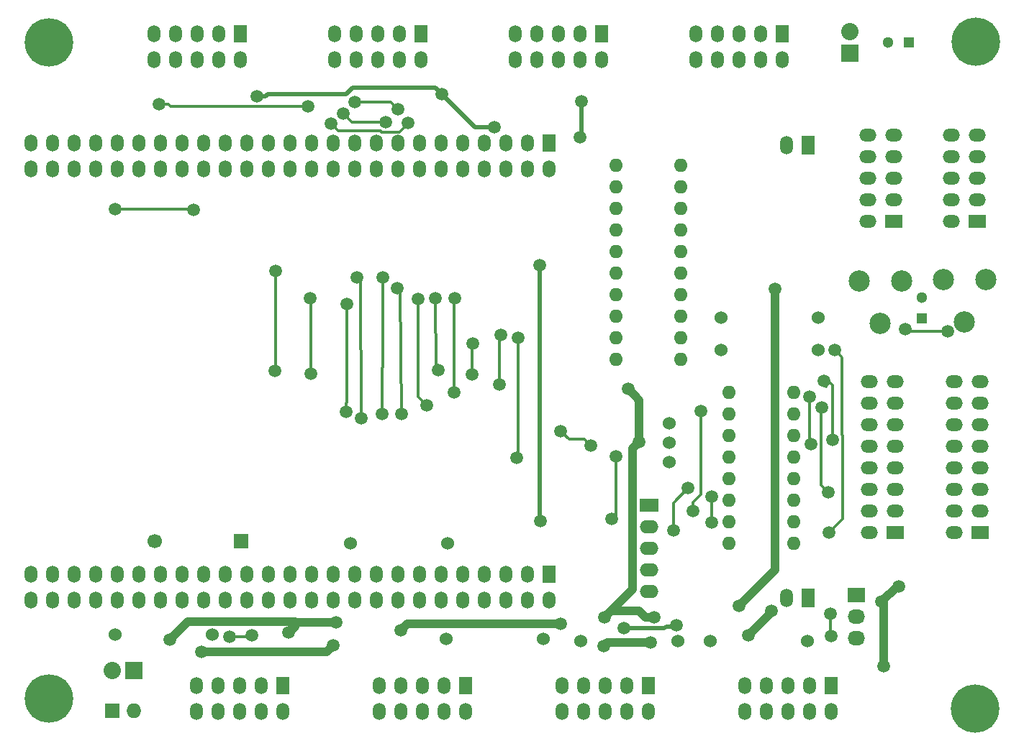
<source format=gbr>
G04 #@! TF.FileFunction,Copper,L1,Top,Signal*
%FSLAX46Y46*%
G04 Gerber Fmt 4.6, Leading zero omitted, Abs format (unit mm)*
G04 Created by KiCad (PCBNEW 4.0.2-stable) date 15/08/2016 17:49:35*
%MOMM*%
G01*
G04 APERTURE LIST*
%ADD10C,0.100000*%
%ADD11C,5.700000*%
%ADD12O,1.600000X1.600000*%
%ADD13R,1.500000X2.200000*%
%ADD14O,1.500000X2.200000*%
%ADD15O,1.500000X2.000000*%
%ADD16R,1.500000X2.000000*%
%ADD17C,1.699260*%
%ADD18R,1.699260X1.699260*%
%ADD19R,2.032000X2.032000*%
%ADD20O,2.032000X2.032000*%
%ADD21R,2.032000X1.727200*%
%ADD22O,2.032000X1.727200*%
%ADD23R,2.199640X1.524000*%
%ADD24O,2.199640X1.524000*%
%ADD25C,1.524000*%
%ADD26C,2.499360*%
%ADD27R,1.727200X1.727200*%
%ADD28O,1.727200X1.727200*%
%ADD29O,2.000000X1.500000*%
%ADD30R,2.000000X1.500000*%
%ADD31R,1.300000X1.300000*%
%ADD32C,1.300000*%
%ADD33C,1.500000*%
%ADD34C,0.300000*%
%ADD35C,1.000000*%
%ADD36C,0.500000*%
G04 APERTURE END LIST*
D10*
D11*
X158050000Y-18650000D03*
D12*
X129050000Y-59950000D03*
X129050000Y-62490000D03*
X129050000Y-65030000D03*
X129050000Y-67570000D03*
X129050000Y-70110000D03*
X129050000Y-72650000D03*
X129050000Y-75190000D03*
X129050000Y-77730000D03*
X136670000Y-77730000D03*
X136670000Y-75190000D03*
X136670000Y-72650000D03*
X136670000Y-70110000D03*
X136670000Y-67570000D03*
X136670000Y-65030000D03*
X136670000Y-62490000D03*
X136670000Y-59950000D03*
X115730000Y-33190000D03*
X115730000Y-35730000D03*
X115730000Y-38270000D03*
X115730000Y-40810000D03*
X115730000Y-43350000D03*
X115730000Y-45890000D03*
X115730000Y-48430000D03*
X115730000Y-50970000D03*
X115730000Y-53510000D03*
X115730000Y-56050000D03*
X123350000Y-56050000D03*
X123350000Y-53510000D03*
X123350000Y-50970000D03*
X123350000Y-48430000D03*
X123350000Y-45890000D03*
X123350000Y-43350000D03*
X123350000Y-40810000D03*
X123350000Y-38270000D03*
X123350000Y-35730000D03*
X123350000Y-33190000D03*
D13*
X138350000Y-84200000D03*
D14*
X135810000Y-84200000D03*
D15*
X46910000Y-81410000D03*
X49450000Y-81410000D03*
X51990000Y-81410000D03*
X54530000Y-81410000D03*
X57070000Y-81410000D03*
X59610000Y-81410000D03*
X62150000Y-81410000D03*
X64690000Y-81410000D03*
X67230000Y-81410000D03*
X69770000Y-81410000D03*
X72310000Y-81410000D03*
X74850000Y-81410000D03*
X77390000Y-81410000D03*
X79930000Y-81410000D03*
X82470000Y-81410000D03*
X85010000Y-81410000D03*
X87550000Y-81410000D03*
X90090000Y-81410000D03*
X92630000Y-81410000D03*
X95170000Y-81410000D03*
X97710000Y-81410000D03*
X100250000Y-81410000D03*
X102790000Y-81410000D03*
X105330000Y-81410000D03*
D16*
X107870000Y-81410000D03*
D15*
X107870000Y-84450000D03*
X105330000Y-84450000D03*
X102790000Y-84450000D03*
X100250000Y-84450000D03*
X97710000Y-84450000D03*
X95170000Y-84450000D03*
X92630000Y-84450000D03*
X90090000Y-84450000D03*
X87550000Y-84450000D03*
X85010000Y-84450000D03*
X82470000Y-84450000D03*
X79930000Y-84450000D03*
X77390000Y-84450000D03*
X74850000Y-84450000D03*
X72310000Y-84450000D03*
X69770000Y-84450000D03*
X67230000Y-84450000D03*
X64690000Y-84450000D03*
X62150000Y-84450000D03*
X59610000Y-84450000D03*
X57070000Y-84450000D03*
X54530000Y-84450000D03*
X51990000Y-84450000D03*
X49450000Y-84450000D03*
X46910000Y-84450000D03*
X46910000Y-33650000D03*
X49450000Y-33650000D03*
X51990000Y-33650000D03*
X54530000Y-33650000D03*
X57070000Y-33650000D03*
X59610000Y-33650000D03*
X62150000Y-33650000D03*
X64690000Y-33650000D03*
X67230000Y-33650000D03*
X69770000Y-33650000D03*
X72310000Y-33650000D03*
X74850000Y-33650000D03*
X77390000Y-33650000D03*
X79930000Y-33650000D03*
X82470000Y-33650000D03*
X85010000Y-33650000D03*
X87550000Y-33650000D03*
X90090000Y-33650000D03*
X92630000Y-33650000D03*
X95170000Y-33650000D03*
X97710000Y-33650000D03*
X100250000Y-33650000D03*
X102790000Y-33650000D03*
X105330000Y-33650000D03*
X107870000Y-33650000D03*
D16*
X107870000Y-30610000D03*
D15*
X105330000Y-30610000D03*
X102790000Y-30610000D03*
X100250000Y-30610000D03*
X97710000Y-30610000D03*
X95170000Y-30610000D03*
X92630000Y-30610000D03*
X90090000Y-30610000D03*
X87550000Y-30610000D03*
X85010000Y-30610000D03*
X82470000Y-30610000D03*
X79930000Y-30610000D03*
X77390000Y-30610000D03*
X74850000Y-30610000D03*
X72310000Y-30610000D03*
X69770000Y-30610000D03*
X67230000Y-30610000D03*
X64690000Y-30610000D03*
X62150000Y-30610000D03*
X59610000Y-30610000D03*
X57070000Y-30610000D03*
X54530000Y-30610000D03*
X51990000Y-30610000D03*
X49450000Y-30610000D03*
X46910000Y-30610000D03*
D14*
X135810000Y-30860000D03*
D13*
X138350000Y-30860000D03*
D17*
X61500000Y-77500000D03*
D18*
X71660000Y-77500000D03*
D19*
X143250000Y-20000000D03*
D20*
X143250000Y-17460000D03*
D21*
X144000000Y-83870000D03*
D22*
X144000000Y-86410000D03*
X144000000Y-88950000D03*
D19*
X59000000Y-92750000D03*
D20*
X56460000Y-92750000D03*
D23*
X119650000Y-73250000D03*
D24*
X119650000Y-75790000D03*
X119650000Y-78330000D03*
X119650000Y-80870000D03*
X119650000Y-83410000D03*
D25*
X68215000Y-88500000D03*
X56785000Y-88500000D03*
X138275000Y-89280000D03*
X126845000Y-89280000D03*
X95785000Y-89000000D03*
X107215000Y-89000000D03*
X139545000Y-54990000D03*
X128115000Y-54990000D03*
X95965000Y-77750000D03*
X84535000Y-77750000D03*
X111605000Y-89280000D03*
X123035000Y-89280000D03*
X128115000Y-51180000D03*
X139545000Y-51180000D03*
D26*
X156750000Y-51650000D03*
X154250640Y-46651280D03*
X159249360Y-46651280D03*
X146850640Y-51848720D03*
X144351280Y-46850000D03*
X149350000Y-46850000D03*
D27*
X56460000Y-97500000D03*
D28*
X59000000Y-97500000D03*
D25*
X122050000Y-65864000D03*
X122050000Y-63578000D03*
X122050000Y-68150000D03*
D29*
X158270000Y-29670000D03*
X155230000Y-29670000D03*
X155230000Y-32210000D03*
X158270000Y-32210000D03*
D30*
X158270000Y-39830000D03*
D29*
X155230000Y-39830000D03*
X158270000Y-37290000D03*
X155230000Y-37290000D03*
X158270000Y-34750000D03*
X155230000Y-34750000D03*
D15*
X82670000Y-17730000D03*
X82670000Y-20770000D03*
X85210000Y-20770000D03*
X85210000Y-17730000D03*
D16*
X92830000Y-17730000D03*
D15*
X92830000Y-20770000D03*
X90290000Y-17730000D03*
X90290000Y-20770000D03*
X87750000Y-17730000D03*
X87750000Y-20770000D03*
X66420000Y-94480000D03*
X66420000Y-97520000D03*
X68960000Y-97520000D03*
X68960000Y-94480000D03*
D16*
X76580000Y-94480000D03*
D15*
X76580000Y-97520000D03*
X74040000Y-94480000D03*
X74040000Y-97520000D03*
X71500000Y-94480000D03*
X71500000Y-97520000D03*
X109420000Y-94480000D03*
X109420000Y-97520000D03*
X111960000Y-97520000D03*
X111960000Y-94480000D03*
D16*
X119580000Y-94480000D03*
D15*
X119580000Y-97520000D03*
X117040000Y-94480000D03*
X117040000Y-97520000D03*
X114500000Y-94480000D03*
X114500000Y-97520000D03*
X61420000Y-17730000D03*
X61420000Y-20770000D03*
X63960000Y-20770000D03*
X63960000Y-17730000D03*
D16*
X71580000Y-17730000D03*
D15*
X71580000Y-20770000D03*
X69040000Y-17730000D03*
X69040000Y-20770000D03*
X66500000Y-17730000D03*
X66500000Y-20770000D03*
D29*
X148440000Y-29690000D03*
X145400000Y-29690000D03*
X145400000Y-32230000D03*
X148440000Y-32230000D03*
D30*
X148440000Y-39850000D03*
D29*
X145400000Y-39850000D03*
X148440000Y-37310000D03*
X145400000Y-37310000D03*
X148440000Y-34770000D03*
X145400000Y-34770000D03*
D15*
X103920000Y-17730000D03*
X103920000Y-20770000D03*
X106460000Y-20770000D03*
X106460000Y-17730000D03*
D16*
X114080000Y-17730000D03*
D15*
X114080000Y-20770000D03*
X111540000Y-17730000D03*
X111540000Y-20770000D03*
X109000000Y-17730000D03*
X109000000Y-20770000D03*
X125170000Y-17730000D03*
X125170000Y-20770000D03*
X127710000Y-20770000D03*
X127710000Y-17730000D03*
D16*
X135330000Y-17730000D03*
D15*
X135330000Y-20770000D03*
X132790000Y-17730000D03*
X132790000Y-20770000D03*
X130250000Y-17730000D03*
X130250000Y-20770000D03*
X87920000Y-94480000D03*
X87920000Y-97520000D03*
X90460000Y-97520000D03*
X90460000Y-94480000D03*
D16*
X98080000Y-94480000D03*
D15*
X98080000Y-97520000D03*
X95540000Y-94480000D03*
X95540000Y-97520000D03*
X93000000Y-94480000D03*
X93000000Y-97520000D03*
X130920000Y-94480000D03*
X130920000Y-97520000D03*
X133460000Y-97520000D03*
X133460000Y-94480000D03*
D16*
X141080000Y-94480000D03*
D15*
X141080000Y-97520000D03*
X138540000Y-94480000D03*
X138540000Y-97520000D03*
X136000000Y-94480000D03*
X136000000Y-97520000D03*
D29*
X145530000Y-58660000D03*
X148570000Y-58660000D03*
X148570000Y-61200000D03*
X145530000Y-61200000D03*
X145530000Y-63740000D03*
X148570000Y-63740000D03*
X148570000Y-66280000D03*
X145530000Y-66280000D03*
X145530000Y-68820000D03*
X148570000Y-68820000D03*
D30*
X148570000Y-76440000D03*
D29*
X145530000Y-76440000D03*
X148570000Y-73900000D03*
X145530000Y-73900000D03*
X148570000Y-71360000D03*
X145530000Y-71360000D03*
X155530000Y-58660000D03*
X158570000Y-58660000D03*
X158570000Y-61200000D03*
X155530000Y-61200000D03*
X155530000Y-63740000D03*
X158570000Y-63740000D03*
X158570000Y-66280000D03*
X155530000Y-66280000D03*
X155530000Y-68820000D03*
X158570000Y-68820000D03*
D30*
X158570000Y-76440000D03*
D29*
X155530000Y-76440000D03*
X158570000Y-73900000D03*
X155530000Y-73900000D03*
X158570000Y-71360000D03*
X155530000Y-71360000D03*
D11*
X49000000Y-96000000D03*
X158000000Y-97250000D03*
X49000000Y-18750000D03*
D31*
X151750000Y-51250000D03*
D32*
X151750000Y-48750000D03*
D31*
X150250000Y-18750000D03*
D32*
X147750000Y-18750000D03*
D33*
X125750000Y-62156002D03*
X124847505Y-73939999D03*
X63249991Y-89103556D03*
X82799255Y-87039251D03*
X90416667Y-88000010D03*
X134050020Y-85700962D03*
X120252086Y-86422041D03*
X114397638Y-86450201D03*
X131296857Y-88582450D03*
X77270531Y-88270549D03*
X117176783Y-59573217D03*
X118474541Y-65778270D03*
X109249999Y-87250001D03*
X149019880Y-82792795D03*
X147024388Y-84637467D03*
X67000000Y-90500000D03*
X114300490Y-89850828D03*
X130232210Y-85121356D03*
X119823217Y-89426783D03*
X82500000Y-89750000D03*
X134500000Y-47750000D03*
X147250000Y-92250000D03*
X72950020Y-88598542D03*
X70251437Y-88714787D03*
X68215000Y-88500000D03*
X88290000Y-46410000D03*
X88250000Y-62500000D03*
X79798779Y-48880020D03*
X79833879Y-57768549D03*
X94852627Y-57350123D03*
X94530000Y-48870000D03*
X96770306Y-48856189D03*
X96700020Y-59999947D03*
X66029980Y-38477115D03*
X56850000Y-38350000D03*
X141200020Y-65578861D03*
X140237060Y-58602052D03*
X141064543Y-88685457D03*
X141000000Y-86067968D03*
X127044998Y-75250000D03*
X127000000Y-72250000D03*
X98876097Y-54221407D03*
X98843154Y-57821450D03*
X140000000Y-61750000D03*
X140750000Y-71750000D03*
X122500000Y-76250000D03*
X124250000Y-71250000D03*
X138668211Y-66021116D03*
X138500000Y-60500000D03*
X109250000Y-64500000D03*
X112750000Y-66250000D03*
X93500000Y-61500000D03*
X92450020Y-48935494D03*
X84000000Y-62250000D03*
X84082197Y-49529282D03*
X122851042Y-87398958D03*
X116677712Y-87741988D03*
X106901458Y-75098542D03*
X73500000Y-25049980D03*
X95250000Y-24799904D03*
X101450002Y-28736808D03*
X111550020Y-29880782D03*
X111707030Y-25680709D03*
X106749990Y-45000000D03*
X90040000Y-47660000D03*
X90500000Y-62500000D03*
X85260000Y-46430000D03*
X85750000Y-63000000D03*
X75700000Y-45610000D03*
X75633825Y-57418197D03*
X140810000Y-76440000D03*
X141500000Y-55000000D03*
X149750000Y-52500000D03*
X154750000Y-52750000D03*
X102193970Y-53151358D03*
X102000000Y-59000000D03*
X115750000Y-67500000D03*
X115288974Y-74882505D03*
X85000000Y-25750000D03*
X90114489Y-26628224D03*
X83669336Y-27120027D03*
X88649497Y-28093215D03*
X82227119Y-28272061D03*
X91250000Y-28250000D03*
X79500000Y-26300020D03*
X62000000Y-26000000D03*
X104102187Y-67647813D03*
X104102187Y-67647813D03*
X104250000Y-53500000D03*
D34*
X125750000Y-71976844D02*
X125750000Y-62156002D01*
X124847505Y-73939999D02*
X124847505Y-72879339D01*
X124847505Y-72879339D02*
X125750000Y-71976844D01*
D35*
X63999990Y-88353557D02*
X63249991Y-89103556D01*
X65415548Y-86937999D02*
X63999990Y-88353557D01*
X78000000Y-86937999D02*
X65415548Y-86937999D01*
X81738595Y-87039251D02*
X82799255Y-87039251D01*
X78101252Y-87039251D02*
X81738595Y-87039251D01*
X78000000Y-86937999D02*
X78101252Y-87039251D01*
X91166676Y-87250001D02*
X91166666Y-87250011D01*
X109249999Y-87250001D02*
X91166676Y-87250001D01*
X91166666Y-87250011D02*
X90416667Y-88000010D01*
X131296857Y-88582450D02*
X134050020Y-85829287D01*
X134050020Y-85829287D02*
X134050020Y-85700962D01*
X118469587Y-85700202D02*
X119191426Y-86422041D01*
X115147637Y-85700202D02*
X118469587Y-85700202D01*
X119191426Y-86422041D02*
X120252086Y-86422041D01*
X117724542Y-83123297D02*
X115147637Y-85700202D01*
X115147637Y-85700202D02*
X114397638Y-86450201D01*
X118474541Y-65778270D02*
X117724542Y-66528269D01*
X117724542Y-66528269D02*
X117724542Y-83123297D01*
X78020530Y-86958529D02*
X78020530Y-87520550D01*
X78000000Y-86937999D02*
X78020530Y-86958529D01*
X78020530Y-87520550D02*
X77270531Y-88270549D01*
X118474541Y-65778270D02*
X118474541Y-60870975D01*
X117926782Y-60323216D02*
X117176783Y-59573217D01*
X118474541Y-60870975D02*
X117926782Y-60323216D01*
X147024388Y-84637467D02*
X148869060Y-82792795D01*
X148869060Y-82792795D02*
X149019880Y-82792795D01*
X147250000Y-92250000D02*
X147250000Y-84863079D01*
X147250000Y-84863079D02*
X147024388Y-84637467D01*
X67000000Y-90500000D02*
X81750001Y-90499999D01*
X81750001Y-90499999D02*
X82500000Y-89750000D01*
X114724535Y-89426783D02*
X114300490Y-89850828D01*
X119823217Y-89426783D02*
X114724535Y-89426783D01*
X134500000Y-80853566D02*
X130982209Y-84371357D01*
X130982209Y-84371357D02*
X130232210Y-85121356D01*
X134500000Y-47750000D02*
X134500000Y-80853566D01*
D34*
X72833775Y-88714787D02*
X72950020Y-88598542D01*
X70251437Y-88714787D02*
X72833775Y-88714787D01*
X68465000Y-88250000D02*
X68215000Y-88500000D01*
X88250000Y-62500000D02*
X88250000Y-57050000D01*
X88290000Y-46410000D02*
X88290000Y-57010000D01*
X88290000Y-57010000D02*
X88250000Y-57050000D01*
X79833879Y-48915120D02*
X79798779Y-48880020D01*
X79833879Y-57768549D02*
X79833879Y-48915120D01*
X94530000Y-48870000D02*
X94549980Y-57047476D01*
X94549980Y-57047476D02*
X94852627Y-57350123D01*
X96700020Y-48926475D02*
X96770306Y-48856189D01*
X96700020Y-59999947D02*
X96700020Y-48926475D01*
X65902865Y-38350000D02*
X66029980Y-38477115D01*
X56850000Y-38350000D02*
X65902865Y-38350000D01*
X140467493Y-58352043D02*
X141200020Y-59084570D01*
X141200020Y-59084570D02*
X141200020Y-64518201D01*
X141200020Y-64518201D02*
X141200020Y-65578861D01*
X140237060Y-58602052D02*
X140500000Y-58864992D01*
X140500000Y-58864992D02*
X140500000Y-59250000D01*
X141000000Y-86067968D02*
X141000000Y-88620914D01*
X141000000Y-88620914D02*
X141064543Y-88685457D01*
X127044998Y-75250000D02*
X127181414Y-75386416D01*
X127000000Y-75205002D02*
X127044998Y-75250000D01*
X127000000Y-72250000D02*
X127000000Y-75205002D01*
X98843154Y-54254350D02*
X98876097Y-54221407D01*
X98843154Y-57821450D02*
X98843154Y-54254350D01*
X139868209Y-70868209D02*
X140750000Y-71750000D01*
X139868213Y-66597118D02*
X139868209Y-66597122D01*
X139868213Y-61767201D02*
X139868213Y-66597118D01*
X139868209Y-66597122D02*
X139868209Y-70868209D01*
X124250000Y-71250000D02*
X122500000Y-73000000D01*
X122500000Y-73000000D02*
X122500000Y-76250000D01*
X138500000Y-60500000D02*
X138500000Y-65852905D01*
X138500000Y-65852905D02*
X138668211Y-66021116D01*
X110250001Y-65500001D02*
X109250000Y-64500000D01*
X112750000Y-66250000D02*
X112000001Y-65500001D01*
X112000001Y-65500001D02*
X110250001Y-65500001D01*
X92450020Y-48935494D02*
X92450020Y-60250000D01*
X93500000Y-61500000D02*
X92450020Y-60450020D01*
X92450020Y-60450020D02*
X92450020Y-60250000D01*
X84082197Y-58517561D02*
X84082197Y-57250000D01*
X84082197Y-57250000D02*
X84082197Y-50589942D01*
X84000000Y-62250000D02*
X84000000Y-61189340D01*
X84000000Y-61189340D02*
X84082197Y-61107143D01*
X84082197Y-61107143D02*
X84082197Y-57250000D01*
X84082197Y-50589942D02*
X84082197Y-49529282D01*
D36*
X121447352Y-87741988D02*
X116677712Y-87741988D01*
X121652123Y-87537217D02*
X121447352Y-87741988D01*
X122712783Y-87537217D02*
X121652123Y-87537217D01*
X122712783Y-87537217D02*
X122851042Y-87398958D01*
X106749990Y-74947074D02*
X106901458Y-75098542D01*
X106749990Y-45000000D02*
X106749990Y-74947074D01*
X74560660Y-25049980D02*
X73500000Y-25049980D01*
X74810736Y-24799904D02*
X74560660Y-25049980D01*
X84026094Y-24799904D02*
X74810736Y-24799904D01*
X84776093Y-24049905D02*
X84026094Y-24799904D01*
X94500001Y-24049905D02*
X84776093Y-24049905D01*
X95250000Y-24799904D02*
X94500001Y-24049905D01*
X95999999Y-25549903D02*
X95250000Y-24799904D01*
X99186904Y-28736808D02*
X95999999Y-25549903D01*
X101450002Y-28736808D02*
X99186904Y-28736808D01*
X111707030Y-25680709D02*
X111707030Y-29723772D01*
X111707030Y-29723772D02*
X111550020Y-29880782D01*
D34*
X90500000Y-62500000D02*
X90383302Y-48003302D01*
X90167597Y-47787597D02*
X90040000Y-47660000D01*
X90383302Y-48003302D02*
X90167597Y-47787597D01*
X85656925Y-46826925D02*
X85260000Y-46430000D01*
X85750000Y-63000000D02*
X85656925Y-46826925D01*
X75700000Y-45610000D02*
X75700000Y-57352022D01*
X75700000Y-57352022D02*
X75633825Y-57418197D01*
X142355578Y-55855578D02*
X142249999Y-55749999D01*
X140810000Y-76440000D02*
X142400022Y-74849978D01*
X142355578Y-64958415D02*
X142355578Y-55855578D01*
X142400022Y-65002859D02*
X142355578Y-64958415D01*
X142400022Y-74849978D02*
X142400022Y-65002859D01*
X142249999Y-55749999D02*
X141500000Y-55000000D01*
X154750000Y-52750000D02*
X150000000Y-52750000D01*
X150000000Y-52750000D02*
X149750000Y-52500000D01*
X102000000Y-53345328D02*
X102193970Y-53151358D01*
X102000000Y-59000000D02*
X102000000Y-53345328D01*
X115754687Y-69365527D02*
X115754687Y-69750000D01*
X115754687Y-69750000D02*
X115754687Y-74416792D01*
X115750000Y-67500000D02*
X115750000Y-68560660D01*
X115750000Y-68560660D02*
X115754687Y-68565347D01*
X115754687Y-68565347D02*
X115754687Y-69750000D01*
X115754687Y-74416792D02*
X115288974Y-74882505D01*
X90114489Y-26628224D02*
X89236265Y-25750000D01*
X89236265Y-25750000D02*
X85000000Y-25750000D01*
X84642524Y-28093215D02*
X84419335Y-27870026D01*
X84419335Y-27870026D02*
X83669336Y-27120027D01*
X88649497Y-28093215D02*
X84642524Y-28093215D01*
X83115048Y-29159990D02*
X82977118Y-29022060D01*
X90299501Y-29296345D02*
X88183415Y-29296345D01*
X88047060Y-29159990D02*
X83115048Y-29159990D01*
X88183415Y-29296345D02*
X88047060Y-29159990D01*
X91049500Y-28546346D02*
X90299501Y-29296345D01*
X82977118Y-29022060D02*
X82227119Y-28272061D01*
X63060660Y-26000000D02*
X63360680Y-26300020D01*
X63360680Y-26300020D02*
X79500000Y-26300020D01*
X62000000Y-26000000D02*
X63060660Y-26000000D01*
X104250000Y-67500000D02*
X104102187Y-67647813D01*
X104250000Y-53500000D02*
X104250000Y-67500000D01*
M02*

</source>
